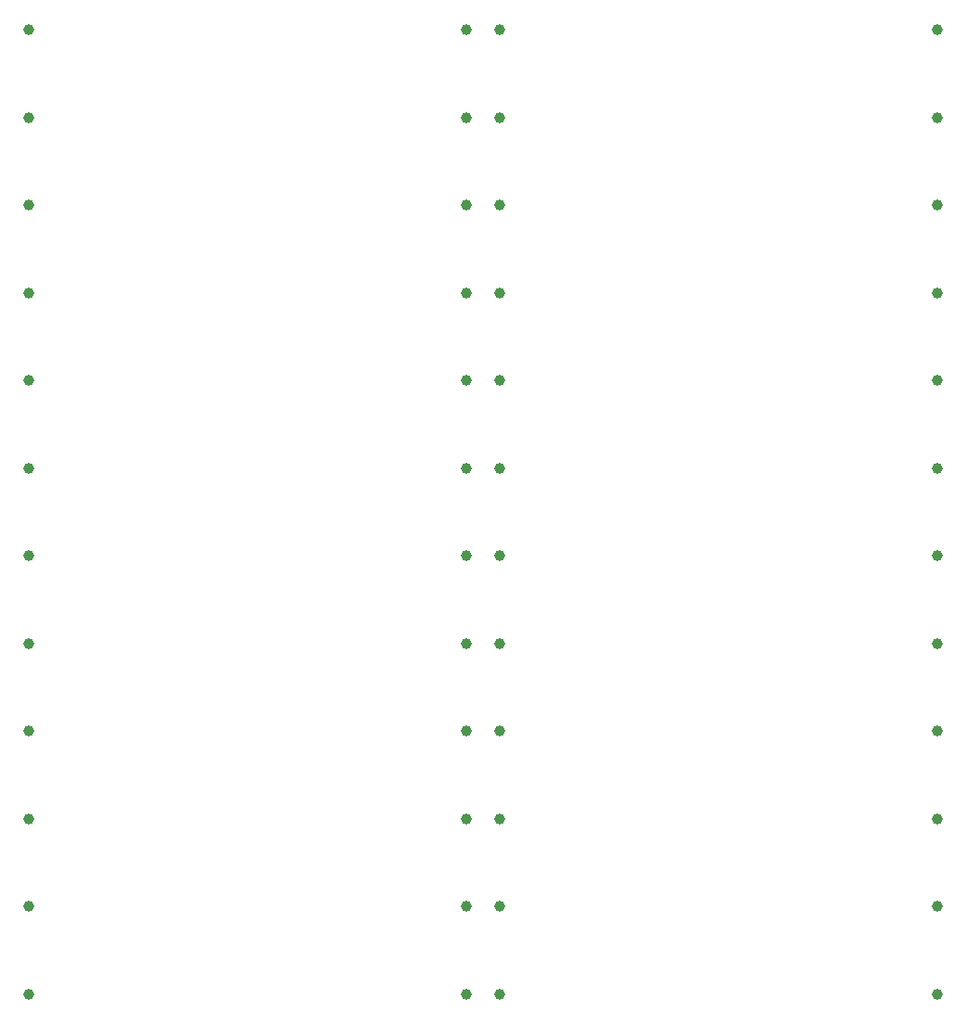
<source format=gbr>
%TF.GenerationSoftware,KiCad,Pcbnew,6.0.11-2627ca5db0~126~ubuntu20.04.1*%
%TF.CreationDate,2024-08-17T18:27:00-05:00*%
%TF.ProjectId,,58585858-5858-4585-9858-585858585858,rev?*%
%TF.SameCoordinates,Original*%
%TF.FileFunction,Soldermask,Top*%
%TF.FilePolarity,Negative*%
%FSLAX46Y46*%
G04 Gerber Fmt 4.6, Leading zero omitted, Abs format (unit mm)*
G04 Created by KiCad (PCBNEW 6.0.11-2627ca5db0~126~ubuntu20.04.1) date 2024-08-17 18:27:00*
%MOMM*%
%LPD*%
G01*
G04 APERTURE LIST*
%ADD10C,1.000000*%
G04 APERTURE END LIST*
D10*
%TO.C,REF\u002A\u002A46*%
X145460000Y-152579000D03*
%TD*%
%TO.C,REF\u002A\u002A45*%
X105460000Y-152579000D03*
%TD*%
%TO.C,REF\u002A\u002A44*%
X102460000Y-152579000D03*
%TD*%
%TO.C,REF\u002A\u002A43*%
X62460000Y-152579000D03*
%TD*%
%TO.C,REF\u002A\u002A42*%
X145460000Y-144579000D03*
%TD*%
%TO.C,REF\u002A\u002A41*%
X105460000Y-144579000D03*
%TD*%
%TO.C,REF\u002A\u002A40*%
X102460000Y-144579000D03*
%TD*%
%TO.C,REF\u002A\u002A39*%
X62460000Y-144579000D03*
%TD*%
%TO.C,REF\u002A\u002A38*%
X145460000Y-136579000D03*
%TD*%
%TO.C,REF\u002A\u002A37*%
X105460000Y-136579000D03*
%TD*%
%TO.C,REF\u002A\u002A36*%
X102460000Y-136579000D03*
%TD*%
%TO.C,REF\u002A\u002A35*%
X62460000Y-136579000D03*
%TD*%
%TO.C,REF\u002A\u002A34*%
X145460000Y-128579000D03*
%TD*%
%TO.C,REF\u002A\u002A33*%
X105460000Y-128579000D03*
%TD*%
%TO.C,REF\u002A\u002A32*%
X102460000Y-128579000D03*
%TD*%
%TO.C,REF\u002A\u002A31*%
X62460000Y-128579000D03*
%TD*%
%TO.C,REF\u002A\u002A30*%
X145460000Y-120579000D03*
%TD*%
%TO.C,REF\u002A\u002A29*%
X105460000Y-120579000D03*
%TD*%
%TO.C,REF\u002A\u002A28*%
X102460000Y-120579000D03*
%TD*%
%TO.C,REF\u002A\u002A27*%
X62460000Y-120579000D03*
%TD*%
%TO.C,REF\u002A\u002A26*%
X145460000Y-112579000D03*
%TD*%
%TO.C,REF\u002A\u002A25*%
X105460000Y-112579000D03*
%TD*%
%TO.C,REF\u002A\u002A24*%
X102460000Y-112579000D03*
%TD*%
%TO.C,REF\u002A\u002A23*%
X62460000Y-112579000D03*
%TD*%
%TO.C,REF\u002A\u002A22*%
X145460000Y-104579000D03*
%TD*%
%TO.C,REF\u002A\u002A21*%
X105460000Y-104579000D03*
%TD*%
%TO.C,REF\u002A\u002A20*%
X102460000Y-104579000D03*
%TD*%
%TO.C,REF\u002A\u002A19*%
X62460000Y-104579000D03*
%TD*%
%TO.C,REF\u002A\u002A18*%
X145460000Y-96579000D03*
%TD*%
%TO.C,REF\u002A\u002A17*%
X105460000Y-96579000D03*
%TD*%
%TO.C,REF\u002A\u002A16*%
X102460000Y-96579000D03*
%TD*%
%TO.C,REF\u002A\u002A15*%
X62460000Y-96579000D03*
%TD*%
%TO.C,REF\u002A\u002A14*%
X145460000Y-88579000D03*
%TD*%
%TO.C,REF\u002A\u002A13*%
X105460000Y-88579000D03*
%TD*%
%TO.C,REF\u002A\u002A12*%
X102460000Y-88579000D03*
%TD*%
%TO.C,REF\u002A\u002A11*%
X62460000Y-88579000D03*
%TD*%
%TO.C,REF\u002A\u002A10*%
X145460000Y-80579000D03*
%TD*%
%TO.C,REF\u002A\u002A9*%
X105460000Y-80579000D03*
%TD*%
%TO.C,REF\u002A\u002A8*%
X102460000Y-80579000D03*
%TD*%
%TO.C,REF\u002A\u002A7*%
X62460000Y-80579000D03*
%TD*%
%TO.C,REF\u002A\u002A6*%
X145460000Y-72579000D03*
%TD*%
%TO.C,REF\u002A\u002A5*%
X105460000Y-72579000D03*
%TD*%
%TO.C,REF\u002A\u002A4*%
X102460000Y-72579000D03*
%TD*%
%TO.C,REF\u002A\u002A3*%
X62460000Y-72579000D03*
%TD*%
%TO.C,REF\u002A\u002A2*%
X145460000Y-64579000D03*
%TD*%
%TO.C,REF\u002A\u002A1*%
X105460000Y-64579000D03*
%TD*%
%TO.C,REF\u002A\u002A*%
X62460000Y-64579000D03*
%TD*%
%TO.C,REF\u002A\u002A*%
X102460000Y-64579000D03*
%TD*%
M02*

</source>
